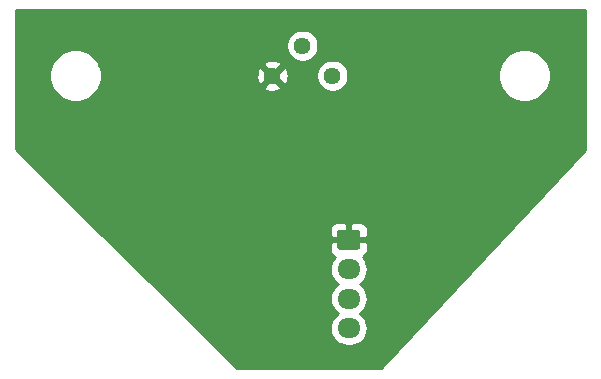
<source format=gbr>
G04 #@! TF.GenerationSoftware,KiCad,Pcbnew,(5.1.2)-2*
G04 #@! TF.CreationDate,2020-01-13T15:56:56+01:00*
G04 #@! TF.ProjectId,SteeringAngleSensor,53746565-7269-46e6-9741-6e676c655365,rev?*
G04 #@! TF.SameCoordinates,Original*
G04 #@! TF.FileFunction,Copper,L2,Bot*
G04 #@! TF.FilePolarity,Positive*
%FSLAX46Y46*%
G04 Gerber Fmt 4.6, Leading zero omitted, Abs format (unit mm)*
G04 Created by KiCad (PCBNEW (5.1.2)-2) date 2020-01-13 15:56:56*
%MOMM*%
%LPD*%
G04 APERTURE LIST*
%ADD10C,1.440000*%
%ADD11C,0.100000*%
%ADD12C,1.700000*%
%ADD13O,1.950000X1.700000*%
%ADD14C,0.254000*%
G04 APERTURE END LIST*
D10*
X141770000Y-90000000D03*
X139230000Y-87460000D03*
X136690000Y-90000000D03*
D11*
G36*
X143889504Y-103031204D02*
G01*
X143913773Y-103034804D01*
X143937571Y-103040765D01*
X143960671Y-103049030D01*
X143982849Y-103059520D01*
X144003893Y-103072133D01*
X144023598Y-103086747D01*
X144041777Y-103103223D01*
X144058253Y-103121402D01*
X144072867Y-103141107D01*
X144085480Y-103162151D01*
X144095970Y-103184329D01*
X144104235Y-103207429D01*
X144110196Y-103231227D01*
X144113796Y-103255496D01*
X144115000Y-103280000D01*
X144115000Y-104480000D01*
X144113796Y-104504504D01*
X144110196Y-104528773D01*
X144104235Y-104552571D01*
X144095970Y-104575671D01*
X144085480Y-104597849D01*
X144072867Y-104618893D01*
X144058253Y-104638598D01*
X144041777Y-104656777D01*
X144023598Y-104673253D01*
X144003893Y-104687867D01*
X143982849Y-104700480D01*
X143960671Y-104710970D01*
X143937571Y-104719235D01*
X143913773Y-104725196D01*
X143889504Y-104728796D01*
X143865000Y-104730000D01*
X142415000Y-104730000D01*
X142390496Y-104728796D01*
X142366227Y-104725196D01*
X142342429Y-104719235D01*
X142319329Y-104710970D01*
X142297151Y-104700480D01*
X142276107Y-104687867D01*
X142256402Y-104673253D01*
X142238223Y-104656777D01*
X142221747Y-104638598D01*
X142207133Y-104618893D01*
X142194520Y-104597849D01*
X142184030Y-104575671D01*
X142175765Y-104552571D01*
X142169804Y-104528773D01*
X142166204Y-104504504D01*
X142165000Y-104480000D01*
X142165000Y-103280000D01*
X142166204Y-103255496D01*
X142169804Y-103231227D01*
X142175765Y-103207429D01*
X142184030Y-103184329D01*
X142194520Y-103162151D01*
X142207133Y-103141107D01*
X142221747Y-103121402D01*
X142238223Y-103103223D01*
X142256402Y-103086747D01*
X142276107Y-103072133D01*
X142297151Y-103059520D01*
X142319329Y-103049030D01*
X142342429Y-103040765D01*
X142366227Y-103034804D01*
X142390496Y-103031204D01*
X142415000Y-103030000D01*
X143865000Y-103030000D01*
X143889504Y-103031204D01*
X143889504Y-103031204D01*
G37*
D12*
X143140000Y-103880000D03*
D13*
X143140000Y-106380000D03*
X143140000Y-108880000D03*
X143140000Y-111380000D03*
D14*
G36*
X163170001Y-96259507D02*
G01*
X145843550Y-114790000D01*
X133701352Y-114790000D01*
X125202498Y-106380000D01*
X141522815Y-106380000D01*
X141551487Y-106671111D01*
X141636401Y-106951034D01*
X141774294Y-107209014D01*
X141959866Y-107435134D01*
X142185986Y-107620706D01*
X142203374Y-107630000D01*
X142185986Y-107639294D01*
X141959866Y-107824866D01*
X141774294Y-108050986D01*
X141636401Y-108308966D01*
X141551487Y-108588889D01*
X141522815Y-108880000D01*
X141551487Y-109171111D01*
X141636401Y-109451034D01*
X141774294Y-109709014D01*
X141959866Y-109935134D01*
X142185986Y-110120706D01*
X142203374Y-110130000D01*
X142185986Y-110139294D01*
X141959866Y-110324866D01*
X141774294Y-110550986D01*
X141636401Y-110808966D01*
X141551487Y-111088889D01*
X141522815Y-111380000D01*
X141551487Y-111671111D01*
X141636401Y-111951034D01*
X141774294Y-112209014D01*
X141959866Y-112435134D01*
X142185986Y-112620706D01*
X142443966Y-112758599D01*
X142723889Y-112843513D01*
X142942050Y-112865000D01*
X143337950Y-112865000D01*
X143556111Y-112843513D01*
X143836034Y-112758599D01*
X144094014Y-112620706D01*
X144320134Y-112435134D01*
X144505706Y-112209014D01*
X144643599Y-111951034D01*
X144728513Y-111671111D01*
X144757185Y-111380000D01*
X144728513Y-111088889D01*
X144643599Y-110808966D01*
X144505706Y-110550986D01*
X144320134Y-110324866D01*
X144094014Y-110139294D01*
X144076626Y-110130000D01*
X144094014Y-110120706D01*
X144320134Y-109935134D01*
X144505706Y-109709014D01*
X144643599Y-109451034D01*
X144728513Y-109171111D01*
X144757185Y-108880000D01*
X144728513Y-108588889D01*
X144643599Y-108308966D01*
X144505706Y-108050986D01*
X144320134Y-107824866D01*
X144094014Y-107639294D01*
X144076626Y-107630000D01*
X144094014Y-107620706D01*
X144320134Y-107435134D01*
X144505706Y-107209014D01*
X144643599Y-106951034D01*
X144728513Y-106671111D01*
X144757185Y-106380000D01*
X144728513Y-106088889D01*
X144643599Y-105808966D01*
X144505706Y-105550986D01*
X144324392Y-105330055D01*
X144359180Y-105319502D01*
X144469494Y-105260537D01*
X144566185Y-105181185D01*
X144645537Y-105084494D01*
X144704502Y-104974180D01*
X144740812Y-104854482D01*
X144753072Y-104730000D01*
X144750000Y-104165750D01*
X144591250Y-104007000D01*
X143267000Y-104007000D01*
X143267000Y-104027000D01*
X143013000Y-104027000D01*
X143013000Y-104007000D01*
X141688750Y-104007000D01*
X141530000Y-104165750D01*
X141526928Y-104730000D01*
X141539188Y-104854482D01*
X141575498Y-104974180D01*
X141634463Y-105084494D01*
X141713815Y-105181185D01*
X141810506Y-105260537D01*
X141920820Y-105319502D01*
X141955608Y-105330055D01*
X141774294Y-105550986D01*
X141636401Y-105808966D01*
X141551487Y-106088889D01*
X141522815Y-106380000D01*
X125202498Y-106380000D01*
X121817105Y-103030000D01*
X141526928Y-103030000D01*
X141530000Y-103594250D01*
X141688750Y-103753000D01*
X143013000Y-103753000D01*
X143013000Y-102553750D01*
X143267000Y-102553750D01*
X143267000Y-103753000D01*
X144591250Y-103753000D01*
X144750000Y-103594250D01*
X144753072Y-103030000D01*
X144740812Y-102905518D01*
X144704502Y-102785820D01*
X144645537Y-102675506D01*
X144566185Y-102578815D01*
X144469494Y-102499463D01*
X144359180Y-102440498D01*
X144239482Y-102404188D01*
X144115000Y-102391928D01*
X143425750Y-102395000D01*
X143267000Y-102553750D01*
X143013000Y-102553750D01*
X142854250Y-102395000D01*
X142165000Y-102391928D01*
X142040518Y-102404188D01*
X141920820Y-102440498D01*
X141810506Y-102499463D01*
X141713815Y-102578815D01*
X141634463Y-102675506D01*
X141575498Y-102785820D01*
X141539188Y-102905518D01*
X141526928Y-103030000D01*
X121817105Y-103030000D01*
X114960000Y-96244586D01*
X114960000Y-89779872D01*
X117765000Y-89779872D01*
X117765000Y-90220128D01*
X117850890Y-90651925D01*
X118019369Y-91058669D01*
X118263962Y-91424729D01*
X118575271Y-91736038D01*
X118941331Y-91980631D01*
X119348075Y-92149110D01*
X119779872Y-92235000D01*
X120220128Y-92235000D01*
X120651925Y-92149110D01*
X121058669Y-91980631D01*
X121424729Y-91736038D01*
X121736038Y-91424729D01*
X121980631Y-91058669D01*
X122031624Y-90935560D01*
X135934045Y-90935560D01*
X135995932Y-91171368D01*
X136237790Y-91284266D01*
X136497027Y-91347811D01*
X136763680Y-91359561D01*
X137027501Y-91319063D01*
X137278353Y-91227875D01*
X137384068Y-91171368D01*
X137445955Y-90935560D01*
X136690000Y-90179605D01*
X135934045Y-90935560D01*
X122031624Y-90935560D01*
X122149110Y-90651925D01*
X122235000Y-90220128D01*
X122235000Y-90073680D01*
X135330439Y-90073680D01*
X135370937Y-90337501D01*
X135462125Y-90588353D01*
X135518632Y-90694068D01*
X135754440Y-90755955D01*
X136510395Y-90000000D01*
X136869605Y-90000000D01*
X137625560Y-90755955D01*
X137861368Y-90694068D01*
X137974266Y-90452210D01*
X138037811Y-90192973D01*
X138049561Y-89926320D01*
X138040386Y-89866544D01*
X140415000Y-89866544D01*
X140415000Y-90133456D01*
X140467072Y-90395239D01*
X140569215Y-90641833D01*
X140717503Y-90863762D01*
X140906238Y-91052497D01*
X141128167Y-91200785D01*
X141374761Y-91302928D01*
X141636544Y-91355000D01*
X141903456Y-91355000D01*
X142165239Y-91302928D01*
X142411833Y-91200785D01*
X142633762Y-91052497D01*
X142822497Y-90863762D01*
X142970785Y-90641833D01*
X143072928Y-90395239D01*
X143125000Y-90133456D01*
X143125000Y-89866544D01*
X143107760Y-89779872D01*
X155765000Y-89779872D01*
X155765000Y-90220128D01*
X155850890Y-90651925D01*
X156019369Y-91058669D01*
X156263962Y-91424729D01*
X156575271Y-91736038D01*
X156941331Y-91980631D01*
X157348075Y-92149110D01*
X157779872Y-92235000D01*
X158220128Y-92235000D01*
X158651925Y-92149110D01*
X159058669Y-91980631D01*
X159424729Y-91736038D01*
X159736038Y-91424729D01*
X159980631Y-91058669D01*
X160149110Y-90651925D01*
X160235000Y-90220128D01*
X160235000Y-89779872D01*
X160149110Y-89348075D01*
X159980631Y-88941331D01*
X159736038Y-88575271D01*
X159424729Y-88263962D01*
X159058669Y-88019369D01*
X158651925Y-87850890D01*
X158220128Y-87765000D01*
X157779872Y-87765000D01*
X157348075Y-87850890D01*
X156941331Y-88019369D01*
X156575271Y-88263962D01*
X156263962Y-88575271D01*
X156019369Y-88941331D01*
X155850890Y-89348075D01*
X155765000Y-89779872D01*
X143107760Y-89779872D01*
X143072928Y-89604761D01*
X142970785Y-89358167D01*
X142822497Y-89136238D01*
X142633762Y-88947503D01*
X142411833Y-88799215D01*
X142165239Y-88697072D01*
X141903456Y-88645000D01*
X141636544Y-88645000D01*
X141374761Y-88697072D01*
X141128167Y-88799215D01*
X140906238Y-88947503D01*
X140717503Y-89136238D01*
X140569215Y-89358167D01*
X140467072Y-89604761D01*
X140415000Y-89866544D01*
X138040386Y-89866544D01*
X138009063Y-89662499D01*
X137917875Y-89411647D01*
X137861368Y-89305932D01*
X137625560Y-89244045D01*
X136869605Y-90000000D01*
X136510395Y-90000000D01*
X135754440Y-89244045D01*
X135518632Y-89305932D01*
X135405734Y-89547790D01*
X135342189Y-89807027D01*
X135330439Y-90073680D01*
X122235000Y-90073680D01*
X122235000Y-89779872D01*
X122149110Y-89348075D01*
X122031625Y-89064440D01*
X135934045Y-89064440D01*
X136690000Y-89820395D01*
X137445955Y-89064440D01*
X137384068Y-88828632D01*
X137142210Y-88715734D01*
X136882973Y-88652189D01*
X136616320Y-88640439D01*
X136352499Y-88680937D01*
X136101647Y-88772125D01*
X135995932Y-88828632D01*
X135934045Y-89064440D01*
X122031625Y-89064440D01*
X121980631Y-88941331D01*
X121736038Y-88575271D01*
X121424729Y-88263962D01*
X121058669Y-88019369D01*
X120651925Y-87850890D01*
X120220128Y-87765000D01*
X119779872Y-87765000D01*
X119348075Y-87850890D01*
X118941331Y-88019369D01*
X118575271Y-88263962D01*
X118263962Y-88575271D01*
X118019369Y-88941331D01*
X117850890Y-89348075D01*
X117765000Y-89779872D01*
X114960000Y-89779872D01*
X114960000Y-87326544D01*
X137875000Y-87326544D01*
X137875000Y-87593456D01*
X137927072Y-87855239D01*
X138029215Y-88101833D01*
X138177503Y-88323762D01*
X138366238Y-88512497D01*
X138588167Y-88660785D01*
X138834761Y-88762928D01*
X139096544Y-88815000D01*
X139363456Y-88815000D01*
X139625239Y-88762928D01*
X139871833Y-88660785D01*
X140093762Y-88512497D01*
X140282497Y-88323762D01*
X140430785Y-88101833D01*
X140532928Y-87855239D01*
X140585000Y-87593456D01*
X140585000Y-87326544D01*
X140532928Y-87064761D01*
X140430785Y-86818167D01*
X140282497Y-86596238D01*
X140093762Y-86407503D01*
X139871833Y-86259215D01*
X139625239Y-86157072D01*
X139363456Y-86105000D01*
X139096544Y-86105000D01*
X138834761Y-86157072D01*
X138588167Y-86259215D01*
X138366238Y-86407503D01*
X138177503Y-86596238D01*
X138029215Y-86818167D01*
X137927072Y-87064761D01*
X137875000Y-87326544D01*
X114960000Y-87326544D01*
X114960000Y-84480000D01*
X163170000Y-84480000D01*
X163170001Y-96259507D01*
X163170001Y-96259507D01*
G37*
X163170001Y-96259507D02*
X145843550Y-114790000D01*
X133701352Y-114790000D01*
X125202498Y-106380000D01*
X141522815Y-106380000D01*
X141551487Y-106671111D01*
X141636401Y-106951034D01*
X141774294Y-107209014D01*
X141959866Y-107435134D01*
X142185986Y-107620706D01*
X142203374Y-107630000D01*
X142185986Y-107639294D01*
X141959866Y-107824866D01*
X141774294Y-108050986D01*
X141636401Y-108308966D01*
X141551487Y-108588889D01*
X141522815Y-108880000D01*
X141551487Y-109171111D01*
X141636401Y-109451034D01*
X141774294Y-109709014D01*
X141959866Y-109935134D01*
X142185986Y-110120706D01*
X142203374Y-110130000D01*
X142185986Y-110139294D01*
X141959866Y-110324866D01*
X141774294Y-110550986D01*
X141636401Y-110808966D01*
X141551487Y-111088889D01*
X141522815Y-111380000D01*
X141551487Y-111671111D01*
X141636401Y-111951034D01*
X141774294Y-112209014D01*
X141959866Y-112435134D01*
X142185986Y-112620706D01*
X142443966Y-112758599D01*
X142723889Y-112843513D01*
X142942050Y-112865000D01*
X143337950Y-112865000D01*
X143556111Y-112843513D01*
X143836034Y-112758599D01*
X144094014Y-112620706D01*
X144320134Y-112435134D01*
X144505706Y-112209014D01*
X144643599Y-111951034D01*
X144728513Y-111671111D01*
X144757185Y-111380000D01*
X144728513Y-111088889D01*
X144643599Y-110808966D01*
X144505706Y-110550986D01*
X144320134Y-110324866D01*
X144094014Y-110139294D01*
X144076626Y-110130000D01*
X144094014Y-110120706D01*
X144320134Y-109935134D01*
X144505706Y-109709014D01*
X144643599Y-109451034D01*
X144728513Y-109171111D01*
X144757185Y-108880000D01*
X144728513Y-108588889D01*
X144643599Y-108308966D01*
X144505706Y-108050986D01*
X144320134Y-107824866D01*
X144094014Y-107639294D01*
X144076626Y-107630000D01*
X144094014Y-107620706D01*
X144320134Y-107435134D01*
X144505706Y-107209014D01*
X144643599Y-106951034D01*
X144728513Y-106671111D01*
X144757185Y-106380000D01*
X144728513Y-106088889D01*
X144643599Y-105808966D01*
X144505706Y-105550986D01*
X144324392Y-105330055D01*
X144359180Y-105319502D01*
X144469494Y-105260537D01*
X144566185Y-105181185D01*
X144645537Y-105084494D01*
X144704502Y-104974180D01*
X144740812Y-104854482D01*
X144753072Y-104730000D01*
X144750000Y-104165750D01*
X144591250Y-104007000D01*
X143267000Y-104007000D01*
X143267000Y-104027000D01*
X143013000Y-104027000D01*
X143013000Y-104007000D01*
X141688750Y-104007000D01*
X141530000Y-104165750D01*
X141526928Y-104730000D01*
X141539188Y-104854482D01*
X141575498Y-104974180D01*
X141634463Y-105084494D01*
X141713815Y-105181185D01*
X141810506Y-105260537D01*
X141920820Y-105319502D01*
X141955608Y-105330055D01*
X141774294Y-105550986D01*
X141636401Y-105808966D01*
X141551487Y-106088889D01*
X141522815Y-106380000D01*
X125202498Y-106380000D01*
X121817105Y-103030000D01*
X141526928Y-103030000D01*
X141530000Y-103594250D01*
X141688750Y-103753000D01*
X143013000Y-103753000D01*
X143013000Y-102553750D01*
X143267000Y-102553750D01*
X143267000Y-103753000D01*
X144591250Y-103753000D01*
X144750000Y-103594250D01*
X144753072Y-103030000D01*
X144740812Y-102905518D01*
X144704502Y-102785820D01*
X144645537Y-102675506D01*
X144566185Y-102578815D01*
X144469494Y-102499463D01*
X144359180Y-102440498D01*
X144239482Y-102404188D01*
X144115000Y-102391928D01*
X143425750Y-102395000D01*
X143267000Y-102553750D01*
X143013000Y-102553750D01*
X142854250Y-102395000D01*
X142165000Y-102391928D01*
X142040518Y-102404188D01*
X141920820Y-102440498D01*
X141810506Y-102499463D01*
X141713815Y-102578815D01*
X141634463Y-102675506D01*
X141575498Y-102785820D01*
X141539188Y-102905518D01*
X141526928Y-103030000D01*
X121817105Y-103030000D01*
X114960000Y-96244586D01*
X114960000Y-89779872D01*
X117765000Y-89779872D01*
X117765000Y-90220128D01*
X117850890Y-90651925D01*
X118019369Y-91058669D01*
X118263962Y-91424729D01*
X118575271Y-91736038D01*
X118941331Y-91980631D01*
X119348075Y-92149110D01*
X119779872Y-92235000D01*
X120220128Y-92235000D01*
X120651925Y-92149110D01*
X121058669Y-91980631D01*
X121424729Y-91736038D01*
X121736038Y-91424729D01*
X121980631Y-91058669D01*
X122031624Y-90935560D01*
X135934045Y-90935560D01*
X135995932Y-91171368D01*
X136237790Y-91284266D01*
X136497027Y-91347811D01*
X136763680Y-91359561D01*
X137027501Y-91319063D01*
X137278353Y-91227875D01*
X137384068Y-91171368D01*
X137445955Y-90935560D01*
X136690000Y-90179605D01*
X135934045Y-90935560D01*
X122031624Y-90935560D01*
X122149110Y-90651925D01*
X122235000Y-90220128D01*
X122235000Y-90073680D01*
X135330439Y-90073680D01*
X135370937Y-90337501D01*
X135462125Y-90588353D01*
X135518632Y-90694068D01*
X135754440Y-90755955D01*
X136510395Y-90000000D01*
X136869605Y-90000000D01*
X137625560Y-90755955D01*
X137861368Y-90694068D01*
X137974266Y-90452210D01*
X138037811Y-90192973D01*
X138049561Y-89926320D01*
X138040386Y-89866544D01*
X140415000Y-89866544D01*
X140415000Y-90133456D01*
X140467072Y-90395239D01*
X140569215Y-90641833D01*
X140717503Y-90863762D01*
X140906238Y-91052497D01*
X141128167Y-91200785D01*
X141374761Y-91302928D01*
X141636544Y-91355000D01*
X141903456Y-91355000D01*
X142165239Y-91302928D01*
X142411833Y-91200785D01*
X142633762Y-91052497D01*
X142822497Y-90863762D01*
X142970785Y-90641833D01*
X143072928Y-90395239D01*
X143125000Y-90133456D01*
X143125000Y-89866544D01*
X143107760Y-89779872D01*
X155765000Y-89779872D01*
X155765000Y-90220128D01*
X155850890Y-90651925D01*
X156019369Y-91058669D01*
X156263962Y-91424729D01*
X156575271Y-91736038D01*
X156941331Y-91980631D01*
X157348075Y-92149110D01*
X157779872Y-92235000D01*
X158220128Y-92235000D01*
X158651925Y-92149110D01*
X159058669Y-91980631D01*
X159424729Y-91736038D01*
X159736038Y-91424729D01*
X159980631Y-91058669D01*
X160149110Y-90651925D01*
X160235000Y-90220128D01*
X160235000Y-89779872D01*
X160149110Y-89348075D01*
X159980631Y-88941331D01*
X159736038Y-88575271D01*
X159424729Y-88263962D01*
X159058669Y-88019369D01*
X158651925Y-87850890D01*
X158220128Y-87765000D01*
X157779872Y-87765000D01*
X157348075Y-87850890D01*
X156941331Y-88019369D01*
X156575271Y-88263962D01*
X156263962Y-88575271D01*
X156019369Y-88941331D01*
X155850890Y-89348075D01*
X155765000Y-89779872D01*
X143107760Y-89779872D01*
X143072928Y-89604761D01*
X142970785Y-89358167D01*
X142822497Y-89136238D01*
X142633762Y-88947503D01*
X142411833Y-88799215D01*
X142165239Y-88697072D01*
X141903456Y-88645000D01*
X141636544Y-88645000D01*
X141374761Y-88697072D01*
X141128167Y-88799215D01*
X140906238Y-88947503D01*
X140717503Y-89136238D01*
X140569215Y-89358167D01*
X140467072Y-89604761D01*
X140415000Y-89866544D01*
X138040386Y-89866544D01*
X138009063Y-89662499D01*
X137917875Y-89411647D01*
X137861368Y-89305932D01*
X137625560Y-89244045D01*
X136869605Y-90000000D01*
X136510395Y-90000000D01*
X135754440Y-89244045D01*
X135518632Y-89305932D01*
X135405734Y-89547790D01*
X135342189Y-89807027D01*
X135330439Y-90073680D01*
X122235000Y-90073680D01*
X122235000Y-89779872D01*
X122149110Y-89348075D01*
X122031625Y-89064440D01*
X135934045Y-89064440D01*
X136690000Y-89820395D01*
X137445955Y-89064440D01*
X137384068Y-88828632D01*
X137142210Y-88715734D01*
X136882973Y-88652189D01*
X136616320Y-88640439D01*
X136352499Y-88680937D01*
X136101647Y-88772125D01*
X135995932Y-88828632D01*
X135934045Y-89064440D01*
X122031625Y-89064440D01*
X121980631Y-88941331D01*
X121736038Y-88575271D01*
X121424729Y-88263962D01*
X121058669Y-88019369D01*
X120651925Y-87850890D01*
X120220128Y-87765000D01*
X119779872Y-87765000D01*
X119348075Y-87850890D01*
X118941331Y-88019369D01*
X118575271Y-88263962D01*
X118263962Y-88575271D01*
X118019369Y-88941331D01*
X117850890Y-89348075D01*
X117765000Y-89779872D01*
X114960000Y-89779872D01*
X114960000Y-87326544D01*
X137875000Y-87326544D01*
X137875000Y-87593456D01*
X137927072Y-87855239D01*
X138029215Y-88101833D01*
X138177503Y-88323762D01*
X138366238Y-88512497D01*
X138588167Y-88660785D01*
X138834761Y-88762928D01*
X139096544Y-88815000D01*
X139363456Y-88815000D01*
X139625239Y-88762928D01*
X139871833Y-88660785D01*
X140093762Y-88512497D01*
X140282497Y-88323762D01*
X140430785Y-88101833D01*
X140532928Y-87855239D01*
X140585000Y-87593456D01*
X140585000Y-87326544D01*
X140532928Y-87064761D01*
X140430785Y-86818167D01*
X140282497Y-86596238D01*
X140093762Y-86407503D01*
X139871833Y-86259215D01*
X139625239Y-86157072D01*
X139363456Y-86105000D01*
X139096544Y-86105000D01*
X138834761Y-86157072D01*
X138588167Y-86259215D01*
X138366238Y-86407503D01*
X138177503Y-86596238D01*
X138029215Y-86818167D01*
X137927072Y-87064761D01*
X137875000Y-87326544D01*
X114960000Y-87326544D01*
X114960000Y-84480000D01*
X163170000Y-84480000D01*
X163170001Y-96259507D01*
M02*

</source>
